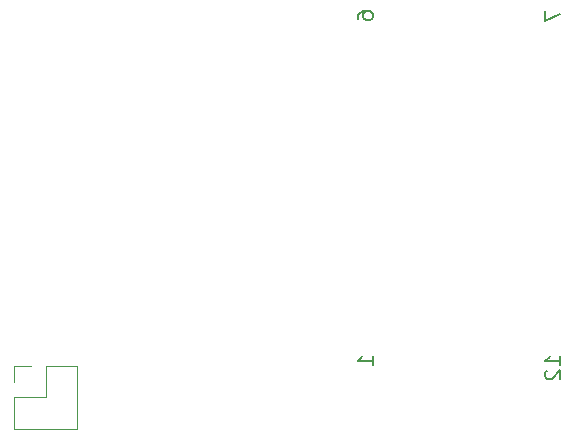
<source format=gbr>
%TF.GenerationSoftware,KiCad,Pcbnew,9.0.4*%
%TF.CreationDate,2026-02-21T19:48:22-06:00*%
%TF.ProjectId,beaglebone_can_cape,62656167-6c65-4626-9f6e-655f63616e5f,rev?*%
%TF.SameCoordinates,PX5f5e100PY5f5e100*%
%TF.FileFunction,Legend,Bot*%
%TF.FilePolarity,Positive*%
%FSLAX46Y46*%
G04 Gerber Fmt 4.6, Leading zero omitted, Abs format (unit mm)*
G04 Created by KiCad (PCBNEW 9.0.4) date 2026-02-21 19:48:22*
%MOMM*%
%LPD*%
G01*
G04 APERTURE LIST*
%ADD10C,0.153000*%
%ADD11C,0.120000*%
G04 APERTURE END LIST*
D10*
X42294195Y41522877D02*
X42294195Y41764782D01*
X42294195Y41764782D02*
X42354671Y41885734D01*
X42354671Y41885734D02*
X42415147Y41946210D01*
X42415147Y41946210D02*
X42596576Y42067163D01*
X42596576Y42067163D02*
X42838480Y42127639D01*
X42838480Y42127639D02*
X43322290Y42127639D01*
X43322290Y42127639D02*
X43443242Y42067163D01*
X43443242Y42067163D02*
X43503719Y42006686D01*
X43503719Y42006686D02*
X43564195Y41885734D01*
X43564195Y41885734D02*
X43564195Y41643829D01*
X43564195Y41643829D02*
X43503719Y41522877D01*
X43503719Y41522877D02*
X43443242Y41462401D01*
X43443242Y41462401D02*
X43322290Y41401924D01*
X43322290Y41401924D02*
X43019909Y41401924D01*
X43019909Y41401924D02*
X42898957Y41462401D01*
X42898957Y41462401D02*
X42838480Y41522877D01*
X42838480Y41522877D02*
X42778004Y41643829D01*
X42778004Y41643829D02*
X42778004Y41885734D01*
X42778004Y41885734D02*
X42838480Y42006686D01*
X42838480Y42006686D02*
X42898957Y42067163D01*
X42898957Y42067163D02*
X43019909Y42127639D01*
X43564195Y12191924D02*
X43564195Y12917639D01*
X43564195Y12554782D02*
X42294195Y12554782D01*
X42294195Y12554782D02*
X42475623Y12675734D01*
X42475623Y12675734D02*
X42596576Y12796686D01*
X42596576Y12796686D02*
X42657052Y12917639D01*
X59439195Y12191924D02*
X59439195Y12917639D01*
X59439195Y12554782D02*
X58169195Y12554782D01*
X58169195Y12554782D02*
X58350623Y12675734D01*
X58350623Y12675734D02*
X58471576Y12796686D01*
X58471576Y12796686D02*
X58532052Y12917639D01*
X58290147Y11708115D02*
X58229671Y11647639D01*
X58229671Y11647639D02*
X58169195Y11526686D01*
X58169195Y11526686D02*
X58169195Y11224305D01*
X58169195Y11224305D02*
X58229671Y11103353D01*
X58229671Y11103353D02*
X58290147Y11042877D01*
X58290147Y11042877D02*
X58411099Y10982400D01*
X58411099Y10982400D02*
X58532052Y10982400D01*
X58532052Y10982400D02*
X58713480Y11042877D01*
X58713480Y11042877D02*
X59439195Y11768591D01*
X59439195Y11768591D02*
X59439195Y10982400D01*
X58169195Y42188115D02*
X58169195Y41341448D01*
X58169195Y41341448D02*
X59439195Y41885734D01*
D11*
%TO.C,J4*%
X13225000Y12095000D02*
X13225000Y10715000D01*
X13225000Y9445000D02*
X13225000Y6795000D01*
X13225000Y6795000D02*
X18525000Y6795000D01*
X14605000Y12095000D02*
X13225000Y12095000D01*
X15875000Y12095000D02*
X15875000Y9445000D01*
X15875000Y12095000D02*
X18525000Y12095000D01*
X15875000Y9445000D02*
X13225000Y9445000D01*
X18525000Y12095000D02*
X18525000Y6795000D01*
%TD*%
M02*

</source>
